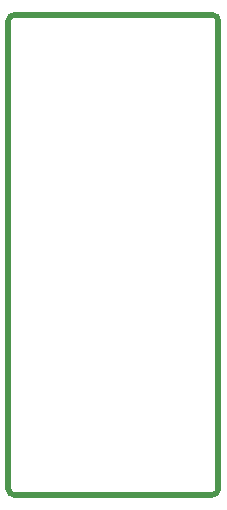
<source format=gm1>
G04 #@! TF.GenerationSoftware,KiCad,Pcbnew,5.1.10-1.fc34*
G04 #@! TF.CreationDate,2021-05-13T21:06:21+02:00*
G04 #@! TF.ProjectId,reDIP-SX,72654449-502d-4535-982e-6b696361645f,0.3*
G04 #@! TF.SameCoordinates,PX5e28010PY8011a50*
G04 #@! TF.FileFunction,Profile,NP*
%FSLAX46Y46*%
G04 Gerber Fmt 4.6, Leading zero omitted, Abs format (unit mm)*
G04 Created by KiCad (PCBNEW 5.1.10-1.fc34) date 2021-05-13 21:06:21*
%MOMM*%
%LPD*%
G01*
G04 APERTURE LIST*
G04 #@! TA.AperFunction,Profile*
%ADD10C,0.500000*%
G04 #@! TD*
G04 APERTURE END LIST*
D10*
X17780000Y500000D02*
G75*
G02*
X17280000Y0I-500000J0D01*
G01*
X500000Y0D02*
G75*
G02*
X0Y500000I0J500000D01*
G01*
X17280000Y40640000D02*
G75*
G02*
X17780000Y40140000I0J-500000D01*
G01*
X0Y40140000D02*
G75*
G02*
X500000Y40640000I500000J0D01*
G01*
X0Y40140000D02*
X0Y500000D01*
X17280000Y40640000D02*
X500000Y40640000D01*
X17780000Y500000D02*
X17780000Y40140000D01*
X17280000Y0D02*
X500000Y0D01*
M02*

</source>
